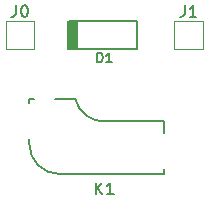
<source format=gbr>
%TF.GenerationSoftware,KiCad,Pcbnew,(5.1.9)-1*%
%TF.CreationDate,2021-03-16T12:24:23-04:00*%
%TF.ProjectId,baby,62616279-2e6b-4696-9361-645f70636258,rev?*%
%TF.SameCoordinates,Original*%
%TF.FileFunction,Legend,Top*%
%TF.FilePolarity,Positive*%
%FSLAX46Y46*%
G04 Gerber Fmt 4.6, Leading zero omitted, Abs format (unit mm)*
G04 Created by KiCad (PCBNEW (5.1.9)-1) date 2021-03-16 12:24:23*
%MOMM*%
%LPD*%
G01*
G04 APERTURE LIST*
%ADD10C,0.150000*%
%ADD11C,0.120000*%
%ADD12C,0.200000*%
G04 APERTURE END LIST*
D10*
%TO.C,K1*%
X54685838Y-50622240D02*
G75*
G03*
X57150000Y-52546200I2464162J616040D01*
G01*
X50800000Y-54451200D02*
G75*
G03*
X53340000Y-56991200I2540000J0D01*
G01*
X50800000Y-51022200D02*
X50800000Y-50641200D01*
X62230000Y-53562200D02*
X62230000Y-52546200D01*
X62230000Y-52546200D02*
X57150000Y-52546200D01*
X54685838Y-50641200D02*
X52959000Y-50641200D01*
X51181000Y-50641200D02*
X50800000Y-50641200D01*
X50800000Y-54451200D02*
X50800000Y-54070200D01*
X53340000Y-56991200D02*
X62230000Y-56991200D01*
X62230000Y-56991200D02*
X62230000Y-56610200D01*
D11*
%TO.C,J1*%
X63093800Y-44043800D02*
X65493800Y-44043800D01*
X65493800Y-44043800D02*
X65493800Y-46443800D01*
X65493800Y-46443800D02*
X63093800Y-46443800D01*
X63093800Y-46443800D02*
X63093800Y-44043800D01*
%TO.C,J0*%
X48806200Y-44043800D02*
X51206200Y-44043800D01*
X51206200Y-44043800D02*
X51206200Y-46443800D01*
X51206200Y-46443800D02*
X48806200Y-46443800D01*
X48806200Y-46443800D02*
X48806200Y-44043800D01*
D12*
%TO.C,D1*%
X54875000Y-44043800D02*
X54875000Y-46443800D01*
X54700000Y-44043800D02*
X54700000Y-46443800D01*
X54525000Y-44043800D02*
X54525000Y-46443800D01*
X54125000Y-46443800D02*
X54125000Y-44043800D01*
X54350000Y-44043800D02*
X54350000Y-46443800D01*
X54225000Y-44043800D02*
X54225000Y-46443800D01*
X54150000Y-44043800D02*
X59950000Y-44043800D01*
X59950000Y-44043800D02*
X59950000Y-46443800D01*
X59950000Y-46443800D02*
X54150000Y-46443800D01*
%TO.C,K1*%
D10*
X56411904Y-58713580D02*
X56411904Y-57713580D01*
X56983333Y-58713580D02*
X56554761Y-58142152D01*
X56983333Y-57713580D02*
X56411904Y-58285009D01*
X57935714Y-58713580D02*
X57364285Y-58713580D01*
X57650000Y-58713580D02*
X57650000Y-57713580D01*
X57554761Y-57856438D01*
X57459523Y-57951676D01*
X57364285Y-57999295D01*
%TO.C,J1*%
X63960466Y-42698180D02*
X63960466Y-43412466D01*
X63912847Y-43555323D01*
X63817609Y-43650561D01*
X63674752Y-43698180D01*
X63579514Y-43698180D01*
X64960466Y-43698180D02*
X64389038Y-43698180D01*
X64674752Y-43698180D02*
X64674752Y-42698180D01*
X64579514Y-42841038D01*
X64484276Y-42936276D01*
X64389038Y-42983895D01*
%TO.C,J0*%
X49672866Y-42698180D02*
X49672866Y-43412466D01*
X49625247Y-43555323D01*
X49530009Y-43650561D01*
X49387152Y-43698180D01*
X49291914Y-43698180D01*
X50339533Y-42698180D02*
X50434771Y-42698180D01*
X50530009Y-42745800D01*
X50577628Y-42793419D01*
X50625247Y-42888657D01*
X50672866Y-43079133D01*
X50672866Y-43317228D01*
X50625247Y-43507704D01*
X50577628Y-43602942D01*
X50530009Y-43650561D01*
X50434771Y-43698180D01*
X50339533Y-43698180D01*
X50244295Y-43650561D01*
X50196676Y-43602942D01*
X50149057Y-43507704D01*
X50101438Y-43317228D01*
X50101438Y-43079133D01*
X50149057Y-42888657D01*
X50196676Y-42793419D01*
X50244295Y-42745800D01*
X50339533Y-42698180D01*
%TO.C,D1*%
X56559523Y-47530704D02*
X56559523Y-46730704D01*
X56750000Y-46730704D01*
X56864285Y-46768800D01*
X56940476Y-46844990D01*
X56978571Y-46921180D01*
X57016666Y-47073561D01*
X57016666Y-47187847D01*
X56978571Y-47340228D01*
X56940476Y-47416419D01*
X56864285Y-47492609D01*
X56750000Y-47530704D01*
X56559523Y-47530704D01*
X57778571Y-47530704D02*
X57321428Y-47530704D01*
X57550000Y-47530704D02*
X57550000Y-46730704D01*
X57473809Y-46844990D01*
X57397619Y-46921180D01*
X57321428Y-46959276D01*
%TD*%
M02*

</source>
